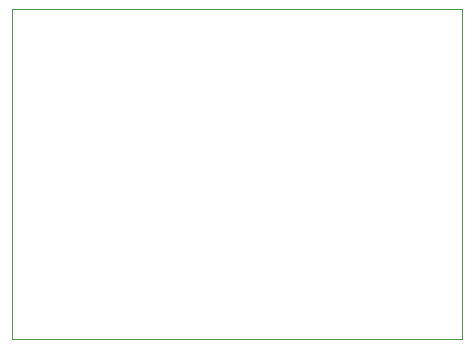
<source format=gbr>
%TF.GenerationSoftware,KiCad,Pcbnew,(6.0.10-0)*%
%TF.CreationDate,2023-02-17T09:13:01-08:00*%
%TF.ProjectId,lab4_Exercise2,6c616234-5f45-4786-9572-63697365322e,rev?*%
%TF.SameCoordinates,Original*%
%TF.FileFunction,Profile,NP*%
%FSLAX46Y46*%
G04 Gerber Fmt 4.6, Leading zero omitted, Abs format (unit mm)*
G04 Created by KiCad (PCBNEW (6.0.10-0)) date 2023-02-17 09:13:01*
%MOMM*%
%LPD*%
G01*
G04 APERTURE LIST*
%TA.AperFunction,Profile*%
%ADD10C,0.100000*%
%TD*%
G04 APERTURE END LIST*
D10*
X127000000Y-73660000D02*
X165100000Y-73660000D01*
X165100000Y-73660000D02*
X165100000Y-101600000D01*
X165100000Y-101600000D02*
X127000000Y-101600000D01*
X127000000Y-101600000D02*
X127000000Y-73660000D01*
M02*

</source>
